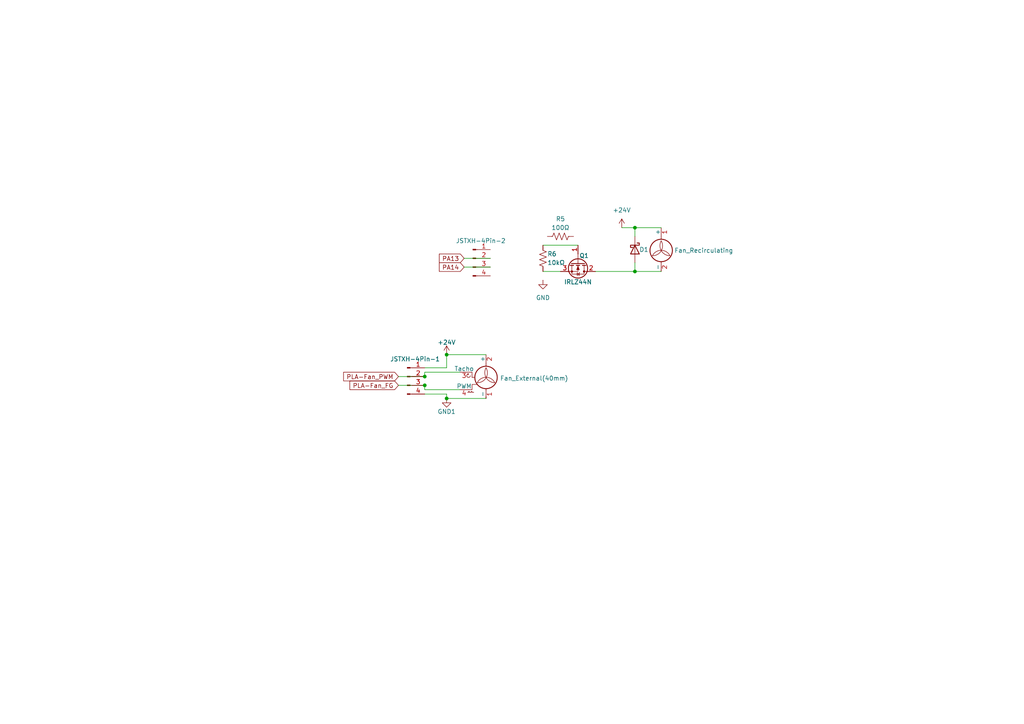
<source format=kicad_sch>
(kicad_sch (version 20250114) (generator "eeschema") (generator_version "9.0")
  (paper "A4")
  (lib_symbols
    (symbol "Connector:Conn_01x04_Pin" (pin_names (offset 1.016) (hide yes))
      (property "Reference" "J" (at 0 5.08 0))
      (property "Value" "Conn_01x04_Pin" (at 0 -7.62 0))
      (symbol "Conn_01x04_Pin_1_1"
        (rectangle (start 0.8636 2.667) (end 0 2.413) (stroke (width 0.1524)) (fill (type outline)))
        (rectangle (start 0.8636 0.127) (end 0 -0.127) (stroke (width 0.1524)) (fill (type outline)))
        (rectangle (start 0.8636 -2.413) (end 0 -2.667) (stroke (width 0.1524)) (fill (type outline)))
        (rectangle (start 0.8636 -4.953) (end 0 -5.207) (stroke (width 0.1524)) (fill (type outline)))
        (polyline (pts (xy 1.27 2.54) (xy 0.8636 2.54)) (stroke (width 0.1524)))
        (polyline (pts (xy 1.27 0) (xy 0.8636 0)) (stroke (width 0.1524)))
        (polyline (pts (xy 1.27 -2.54) (xy 0.8636 -2.54)) (stroke (width 0.1524)))
        (polyline (pts (xy 1.27 -5.08) (xy 0.8636 -5.08)) (stroke (width 0.1524)))
        (pin passive line (at 5.08 2.54 180) (length 3.81) (name "Pin_1") (number "1"))
        (pin passive line (at 5.08 0 180) (length 3.81) (name "Pin_2") (number "2"))
        (pin passive line (at 5.08 -2.54 180) (length 3.81) (name "Pin_3") (number "3"))
        (pin passive line (at 5.08 -5.08 180) (length 3.81) (name "Pin_4") (number "4"))
      )
    )
    (symbol "Device:D_Schottky" (pin_numbers (hide yes)) (pin_names (offset 1.016) (hide yes))
      (property "Reference" "D" (at 0 2.54 0))
      (property "Value" "D_Schottky" (at 0 -2.54 0))
      (symbol "D_Schottky_0_1"
        (polyline (pts (xy -1.905 0.635) (xy -1.905 1.27) (xy -1.27 1.27) (xy -1.27 -1.27) (xy -0.635 -1.27) (xy -0.635 -0.635)) (stroke (width 0.254)))
        (polyline (pts (xy 1.27 1.27) (xy 1.27 -1.27) (xy -1.27 0) (xy 1.27 1.27)) (stroke (width 0.254)))
        (polyline (pts (xy 1.27 0) (xy -1.27 0)))
      )
      (symbol "D_Schottky_1_1"
        (pin passive line (at -3.81 0 0) (length 2.54) (name "K") (number "1"))
        (pin passive line (at 3.81 0 180) (length 2.54) (name "A") (number "2"))
      )
    )
    (symbol "Device:R_US" (pin_numbers (hide yes)) (pin_names (offset 0))
      (property "Reference" "R" (at 2.54 0 90))
      (property "Value" "R_US" (at -2.54 0 90))
      (symbol "R_US_0_1"
        (polyline (pts (xy 0 2.286) (xy 0 2.54)))
        (polyline (pts (xy 0 2.286) (xy 1.016 1.905) (xy 0 1.524) (xy -1.016 1.143) (xy 0 0.762)))
        (polyline (pts (xy 0 0.762) (xy 1.016 0.381) (xy 0 0) (xy -1.016 -0.381) (xy 0 -0.762)))
        (polyline (pts (xy 0 -0.762) (xy 1.016 -1.143) (xy 0 -1.524) (xy -1.016 -1.905) (xy 0 -2.286)))
        (polyline (pts (xy 0 -2.286) (xy 0 -2.54)))
      )
      (symbol "R_US_1_1"
        (pin passive line (at 0 3.81 270) (length 1.27) (name "~") (number "1"))
        (pin passive line (at 0 -3.81 90) (length 1.27) (name "~") (number "2"))
      )
    )
    (symbol "Motor:Fan" (pin_names (offset 0))
      (property "Reference" "M" (at 2.54 5.08 0))
      (property "Value" "Fan" (at 2.54 -2.54 0))
      (symbol "Fan_0_1"
        (arc (start 0 3.81) (mid -0.0015 0.9048) (end -2.54 -0.508))
        (polyline (pts (xy 0 4.572) (xy 0 5.08)))
        (polyline (pts (xy 0 4.2672) (xy 0 4.6228)))
        (circle (center 0 1.016) (radius 3.2512) (stroke (width 0.254)))
        (arc (start -2.54 -0.508) (mid 0 1.0618) (end 2.54 -0.508))
        (polyline (pts (xy 0 -2.2352) (xy 0 -2.6416)))
        (polyline (pts (xy 0 -5.08) (xy 0 -4.572)))
        (arc (start 2.54 -0.508) (mid 0.047 0.9315) (end 0 3.81))
      )
      (symbol "Fan_1_1"
        (pin passive line (at 0 7.62 270) (length 2.54) (name "+") (number "1"))
        (pin passive line (at 0 -5.08 90) (length 2.54) (name "-") (number "2"))
      )
    )
    (symbol "Motor:Fan_4pin" (pin_names (offset 0))
      (property "Reference" "M" (at 2.54 5.08 0))
      (property "Value" "Fan_4pin" (at 2.54 -2.54 0))
      (symbol "Fan_4pin_0_0"
        (polyline (pts (xy -5.08 2.032) (xy -5.334 2.159)))
        (polyline (pts (xy -5.08 2.032) (xy -5.207 1.778)))
        (arc (start -4.572 1.524) (mid -5.08 1.0182) (end -5.588 1.524))
        (arc (start -5.588 1.524) (mid -5.4392 1.8832) (end -5.08 2.032))
        (polyline (pts (xy -4.064 2.54) (xy -4.064 1.016) (xy -3.302 1.016)))
      )
      (symbol "Fan_4pin_0_1"
        (polyline (pts (xy -5.334 -3.302) (xy -5.08 -3.302) (xy -5.08 -3.048) (xy -4.826 -3.048) (xy -4.826 -3.302) (xy -4.318 -3.302) (xy -4.318 -3.048) (xy -4.064 -3.048) (xy -4.064 -3.302) (xy -3.556 -3.302)))
        (polyline (pts (xy -4.064 2.54) (xy -5.08 2.54)))
        (polyline (pts (xy -2.54 -1.016) (xy -4.064 -1.016) (xy -4.064 -2.54) (xy -5.08 -2.54)))
        (arc (start 0 3.81) (mid -0.0015 0.9048) (end -2.54 -0.508))
        (polyline (pts (xy 0 4.572) (xy 0 5.08)))
        (polyline (pts (xy 0 4.2672) (xy 0 4.6228)))
        (circle (center 0 1.016) (radius 3.2512) (stroke (width 0.254)))
        (arc (start -2.54 -0.508) (mid 0 1.0618) (end 2.54 -0.508))
        (polyline (pts (xy 0 -2.2352) (xy 0 -2.6416)))
        (polyline (pts (xy 0 -5.08) (xy 0 -4.572)))
        (arc (start 2.54 -0.508) (mid 0.047 0.9315) (end 0 3.81))
      )
      (symbol "Fan_4pin_1_1"
        (pin passive line (at -7.62 2.54 0) (length 2.54) (name "Tacho") (number "3"))
        (pin input line (at -7.62 -2.54 0) (length 2.54) (name "PWM") (number "4"))
        (pin passive line (at 0 7.62 270) (length 2.54) (name "+") (number "2"))
        (pin passive line (at 0 -5.08 90) (length 2.54) (name "-") (number "1"))
      )
    )
    (symbol "Transistor_FET:IRLZ44N" (pin_names (hide yes))
      (property "Reference" "Q" (at 5.08 1.905 0))
      (property "Value" "IRLZ44N" (at 5.08 0 0))
      (symbol "IRLZ44N_0_1"
        (polyline (pts (xy 0.254 1.905) (xy 0.254 -1.905)) (stroke (width 0.254)))
        (polyline (pts (xy 0.254 0) (xy -2.54 0)))
        (polyline (pts (xy 0.762 2.286) (xy 0.762 1.27)) (stroke (width 0.254)))
        (polyline (pts (xy 0.762 0.508) (xy 0.762 -0.508)) (stroke (width 0.254)))
        (polyline (pts (xy 0.762 -1.27) (xy 0.762 -2.286)) (stroke (width 0.254)))
        (polyline (pts (xy 0.762 -1.778) (xy 3.302 -1.778) (xy 3.302 1.778) (xy 0.762 1.778)))
        (polyline (pts (xy 1.016 0) (xy 2.032 0.381) (xy 2.032 -0.381) (xy 1.016 0)) (fill (type outline)))
        (circle (center 1.651 0) (radius 2.794) (stroke (width 0.254)))
        (polyline (pts (xy 2.54 2.54) (xy 2.54 1.778)))
        (circle (center 2.54 1.778) (radius 0.254) (fill (type outline)))
        (circle (center 2.54 -1.778) (radius 0.254) (fill (type outline)))
        (polyline (pts (xy 2.54 -2.54) (xy 2.54 0) (xy 0.762 0)))
        (polyline (pts (xy 2.794 0.508) (xy 2.921 0.381) (xy 3.683 0.381) (xy 3.81 0.254)))
        (polyline (pts (xy 3.302 0.381) (xy 2.921 -0.254) (xy 3.683 -0.254) (xy 3.302 0.381)))
      )
      (symbol "IRLZ44N_1_1"
        (pin input line (at -5.08 0 0) (length 2.54) (name "G") (number "1"))
        (pin passive line (at 2.54 5.08 270) (length 2.54) (name "D") (number "2"))
        (pin passive line (at 2.54 -5.08 90) (length 2.54) (name "S") (number "3"))
      )
    )
    (symbol "power:+24V" (power) (pin_numbers (hide yes)) (pin_names (offset 0) (hide yes))
      (property "Value" "+24V" (at 0 3.556 0))
      (symbol "+24V_0_1"
        (polyline (pts (xy -0.762 1.27) (xy 0 2.54)))
        (polyline (pts (xy 0 2.54) (xy 0.762 1.27)))
        (polyline (pts (xy 0 0) (xy 0 2.54)))
      )
      (symbol "+24V_1_1"
        (pin power_in line (at 0 0 90) (length 0) (name "~") (number "1"))
      )
    )
    (symbol "power:GND" (power) (pin_numbers (hide yes)) (pin_names (offset 0) (hide yes))
      (property "Value" "GND" (at 0 -3.81 0))
      (symbol "GND_0_1"
        (polyline (pts (xy 0 0) (xy 0 -1.27) (xy 1.27 -1.27) (xy 0 -2.54) (xy -1.27 -1.27) (xy 0 -1.27)))
      )
      (symbol "GND_1_1"
        (pin power_in line (at 0 0 270) (length 0) (name "~") (number "1"))
      )
    )
    (symbol "power:GND1" (power) (pin_numbers (hide yes)) (pin_names (offset 0) (hide yes))
      (property "Value" "GND1" (at 0 -3.81 0))
      (symbol "GND1_0_1"
        (polyline (pts (xy 0 0) (xy 0 -1.27) (xy 1.27 -1.27) (xy 0 -2.54) (xy -1.27 -1.27) (xy 0 -1.27)))
      )
      (symbol "GND1_1_1"
        (pin power_in line (at 0 0 270) (length 0) (name "~") (number "1"))
      )
    )
  )
  (junction (at 129.54 102.87))
  (junction (at 123.19 111.76))
  (junction (at 184.15 66.04))
  (junction (at 184.15 78.74))
  (junction (at 123.19 109.22))
  (junction (at 129.54 115.57))
  (wire (pts (xy 157.48 71.12) (xy 167.64 71.12)))
  (wire (pts (xy 123.19 107.95) (xy 123.19 109.22)))
  (wire (pts (xy 123.19 106.68) (xy 129.54 106.68)))
  (wire (pts (xy 157.48 78.74) (xy 162.56 78.74)))
  (wire (pts (xy 129.54 115.57) (xy 140.97 115.57)))
  (wire (pts (xy 184.15 66.04) (xy 184.15 68.58)))
  (wire (pts (xy 129.54 114.3) (xy 129.54 115.57)))
  (wire (pts (xy 172.72 78.74) (xy 184.15 78.74)))
  (wire (pts (xy 184.15 78.74) (xy 191.77 78.74)))
  (wire (pts (xy 129.54 102.87) (xy 140.97 102.87)))
  (wire (pts (xy 129.54 106.68) (xy 129.54 102.87)))
  (wire (pts (xy 123.19 114.3) (xy 129.54 114.3)))
  (wire (pts (xy 134.62 77.47) (xy 142.24 77.47)))
  (wire (pts (xy 133.35 107.95) (xy 123.19 107.95)))
  (wire (pts (xy 184.15 76.2) (xy 184.15 78.74)))
  (wire (pts (xy 180.34 66.04) (xy 184.15 66.04)))
  (wire (pts (xy 115.57 109.22) (xy 123.19 109.22)))
  (wire (pts (xy 123.19 113.03) (xy 123.19 111.76)))
  (wire (pts (xy 134.62 74.93) (xy 142.24 74.93)))
  (wire (pts (xy 133.35 113.03) (xy 123.19 113.03)))
  (wire (pts (xy 184.15 66.04) (xy 191.77 66.04)))
  (wire (pts (xy 115.57 111.76) (xy 123.19 111.76)))
  (global_label "PA13" (shape input) (at 134.62 74.93 180) (property "Intersheetrefs" "${INTERSHEET_REFS}" (effects (hide yes))))
  (global_label "PA14" (shape input) (at 134.62 77.47 180) (property "Intersheetrefs" "${INTERSHEET_REFS}" (effects (hide yes))))
  (global_label "PLA-Fan_PWM" (shape input) (at 115.57 109.22 180) (property "Intersheetrefs" "${INTERSHEET_REFS}" (effects (hide yes))))
  (global_label "PLA-Fan_FG" (shape input) (at 115.57 111.76 180) (property "Intersheetrefs" "${INTERSHEET_REFS}" (effects (hide yes))))
  (symbol (lib_id "Device:R_US") (at 157.48 74.93 0) (unit 1)
    (property "Reference" "R6" (at 158.75 73.66 0) (effects (justify left)))
    (property "Value" "10kΩ" (at 158.75 76.2 0) (effects (justify left)))
    (property "Description" "Resistor, US symbol" (effects (hide yes)))
  )
  (symbol (lib_id "Connector:Conn_01x04_Pin") (at 137.16 74.93 0) (unit 1)
    (property "Reference" "JSTXH-4Pin-2" (at 139.446 69.85 0))
    (property "Value" "Conn_01x04_Pin" (effects (hide yes)))
    (property "Description" "Generic connector, single row, 01x04, script generated" (effects (hide yes)))
  )
  (symbol (lib_id "power:+24V") (at 180.34 66.04 0) (unit 1)
    (property "Reference" "#PWR09" (effects (hide yes)))
    (property "Value" "+24V" (at 180.34 60.96 0))
    (property "Description" "Power symbol creates a global label with name \"+24V\"" (effects (hide yes)))
  )
  (symbol (lib_id "Transistor_FET:IRLZ44N") (at 167.64 76.2 270) (unit 1)
    (property "Reference" "Q1" (at 169.418 74.168 90))
    (property "Value" "IRLZ44N" (at 167.64 81.788 90))
    (property "Footprint" "Package_TO_SOT_THT:TO-220-3_Vertical" (effects (hide yes)))
    (property "Datasheet" "http://www.irf.com/product-info/datasheets/data/irlz44n.pdf" (effects (hide yes)))
    (property "Description" "47A Id, 55V Vds, 22mOhm Rds Single N-Channel HEXFET Power MOSFET, TO-220AB" (effects (hide yes)))
  )
  (symbol (lib_id "power:GND1") (at 129.54 115.57 0) (unit 1)
    (property "Reference" "#PWR07" (effects (hide yes)))
    (property "Value" "GND1" (at 129.54 119.38 0))
    (property "Description" "Power symbol creates a global label with name \"GND1\" , ground" (effects (hide yes)))
  )
  (symbol (lib_id "power:+24V") (at 129.54 102.87 0) (unit 1)
    (property "Reference" "#PWR08" (effects (hide yes)))
    (property "Value" "+24V" (at 129.54 99.314 0))
    (property "Description" "Power symbol creates a global label with name \"+24V\"" (effects (hide yes)))
  )
  (symbol (lib_id "Connector:Conn_01x04_Pin") (at 118.11 109.22 0) (unit 1)
    (property "Reference" "JSTXH-4Pin-1" (at 120.396 104.14 0))
    (property "Value" "Conn_01x04_Pin" (effects (hide yes)))
    (property "Description" "Generic connector, single row, 01x04, script generated" (effects (hide yes)))
  )
  (symbol (lib_id "Motor:Fan") (at 191.77 73.66 0) (unit 1)
    (property "Reference" "M2" (effects (hide yes)))
    (property "Value" "Fan_Recirculating" (at 195.58 72.644 0) (effects (justify left)))
    (property "Description" "Fan" (effects (hide yes)))
  )
  (symbol (lib_id "power:GND") (at 157.48 81.28 0) (unit 1)
    (property "Reference" "#PWR010" (effects (hide yes)))
    (property "Value" "GND" (at 157.48 86.36 0))
    (property "Description" "Power symbol creates a global label with name \"GND\" , ground" (effects (hide yes)))
  )
  (symbol (lib_id "Motor:Fan_4pin") (at 140.97 110.49 0) (unit 1)
    (property "Reference" "M1" (effects (hide yes)))
    (property "Value" "Fan_External(40mm)" (at 145.034 109.728 0) (effects (justify left)))
    (property "Datasheet" "http://www.formfactors.org/developer%5Cspecs%5Crev1_2_public.pdf" (effects (hide yes)))
    (property "Description" "Fan, tacho output, PWM input, 4-pin connector" (effects (hide yes)))
  )
  (symbol (lib_id "Device:D_Schottky") (at 184.15 72.39 270) (unit 1)
    (property "Reference" "D1" (at 185.42 72.39 90) (effects (justify left)))
    (property "Value" "D_Schottky" (effects (hide yes)))
    (property "Description" "Schottky diode" (effects (hide yes)))
  )
  (symbol (lib_id "Device:R_US") (at 162.56 68.58 90) (unit 1)
    (property "Reference" "R5" (at 162.56 63.5 90))
    (property "Value" "100Ω" (at 162.56 66.04 90))
    (property "Description" "Resistor, US symbol" (effects (hide yes)))
  )
)
</source>
